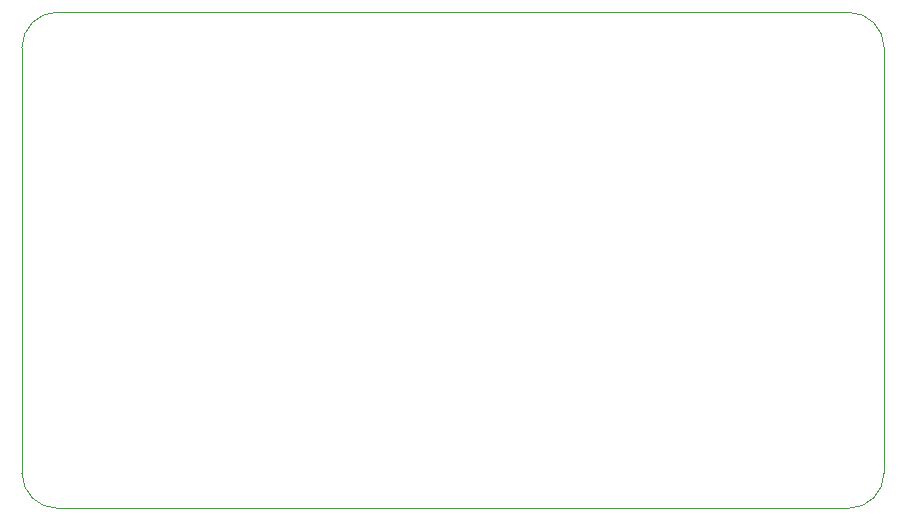
<source format=gbr>
G04 #@! TF.GenerationSoftware,KiCad,Pcbnew,(5.1.0)-1*
G04 #@! TF.CreationDate,2020-12-07T10:04:22+01:00*
G04 #@! TF.ProjectId,phyphox_CO2_Monitor,70687970-686f-4785-9f43-4f325f4d6f6e,rev?*
G04 #@! TF.SameCoordinates,Original*
G04 #@! TF.FileFunction,Profile,NP*
%FSLAX46Y46*%
G04 Gerber Fmt 4.6, Leading zero omitted, Abs format (unit mm)*
G04 Created by KiCad (PCBNEW (5.1.0)-1) date 2020-12-07 10:04:22*
%MOMM*%
%LPD*%
G04 APERTURE LIST*
%ADD10C,0.050000*%
G04 APERTURE END LIST*
D10*
X183764800Y-57699200D02*
X116764800Y-57699200D01*
X183764800Y-57699200D02*
G75*
G02X186764800Y-60699200I0J-3000000D01*
G01*
X113764800Y-60699200D02*
G75*
G02X116764800Y-57699200I3000000J0D01*
G01*
X186764800Y-60699200D02*
X186764800Y-96699200D01*
X113764800Y-60699200D02*
X113764800Y-96699200D01*
X186764800Y-96699200D02*
G75*
G02X183764800Y-99699200I-3000000J0D01*
G01*
X116764800Y-99699200D02*
G75*
G02X113764800Y-96699200I0J3000000D01*
G01*
X116764800Y-99699200D02*
X183764800Y-99699200D01*
M02*

</source>
